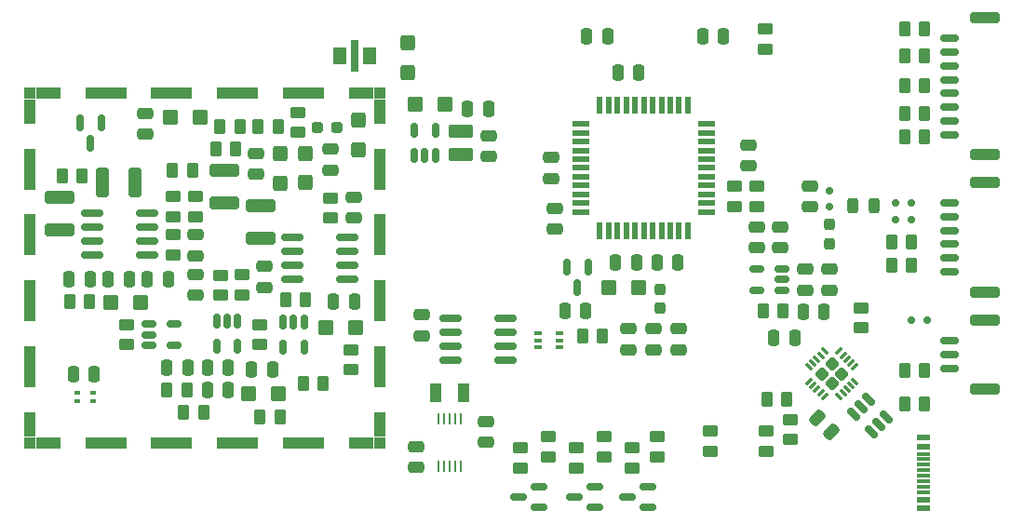
<source format=gbr>
%TF.GenerationSoftware,KiCad,Pcbnew,7.0.9-7.0.9~ubuntu23.04.1*%
%TF.CreationDate,2023-12-05T17:29:48+00:00*%
%TF.ProjectId,USTSIPIN02,55535453-4950-4494-9e30-322e6b696361,02A*%
%TF.SameCoordinates,Original*%
%TF.FileFunction,Paste,Bot*%
%TF.FilePolarity,Positive*%
%FSLAX46Y46*%
G04 Gerber Fmt 4.6, Leading zero omitted, Abs format (unit mm)*
G04 Created by KiCad (PCBNEW 7.0.9-7.0.9~ubuntu23.04.1) date 2023-12-05 17:29:48*
%MOMM*%
%LPD*%
G01*
G04 APERTURE LIST*
G04 Aperture macros list*
%AMRoundRect*
0 Rectangle with rounded corners*
0 $1 Rounding radius*
0 $2 $3 $4 $5 $6 $7 $8 $9 X,Y pos of 4 corners*
0 Add a 4 corners polygon primitive as box body*
4,1,4,$2,$3,$4,$5,$6,$7,$8,$9,$2,$3,0*
0 Add four circle primitives for the rounded corners*
1,1,$1+$1,$2,$3*
1,1,$1+$1,$4,$5*
1,1,$1+$1,$6,$7*
1,1,$1+$1,$8,$9*
0 Add four rect primitives between the rounded corners*
20,1,$1+$1,$2,$3,$4,$5,0*
20,1,$1+$1,$4,$5,$6,$7,0*
20,1,$1+$1,$6,$7,$8,$9,0*
20,1,$1+$1,$8,$9,$2,$3,0*%
G04 Aperture macros list end*
%ADD10RoundRect,0.250000X0.250000X0.475000X-0.250000X0.475000X-0.250000X-0.475000X0.250000X-0.475000X0*%
%ADD11RoundRect,0.250000X1.100000X-0.325000X1.100000X0.325000X-1.100000X0.325000X-1.100000X-0.325000X0*%
%ADD12RoundRect,0.250000X-0.250000X-0.475000X0.250000X-0.475000X0.250000X0.475000X-0.250000X0.475000X0*%
%ADD13RoundRect,0.250000X0.450000X0.425000X-0.450000X0.425000X-0.450000X-0.425000X0.450000X-0.425000X0*%
%ADD14RoundRect,0.250000X0.475000X-0.250000X0.475000X0.250000X-0.475000X0.250000X-0.475000X-0.250000X0*%
%ADD15RoundRect,0.250000X-0.450000X0.262500X-0.450000X-0.262500X0.450000X-0.262500X0.450000X0.262500X0*%
%ADD16RoundRect,0.250000X0.262500X0.450000X-0.262500X0.450000X-0.262500X-0.450000X0.262500X-0.450000X0*%
%ADD17RoundRect,0.250000X0.450000X-0.262500X0.450000X0.262500X-0.450000X0.262500X-0.450000X-0.262500X0*%
%ADD18RoundRect,0.150000X-0.825000X-0.150000X0.825000X-0.150000X0.825000X0.150000X-0.825000X0.150000X0*%
%ADD19RoundRect,0.150000X-0.150000X0.512500X-0.150000X-0.512500X0.150000X-0.512500X0.150000X0.512500X0*%
%ADD20RoundRect,0.250000X-0.475000X0.250000X-0.475000X-0.250000X0.475000X-0.250000X0.475000X0.250000X0*%
%ADD21RoundRect,0.150000X-0.512500X-0.150000X0.512500X-0.150000X0.512500X0.150000X-0.512500X0.150000X0*%
%ADD22RoundRect,0.250000X-0.425000X0.450000X-0.425000X-0.450000X0.425000X-0.450000X0.425000X0.450000X0*%
%ADD23RoundRect,0.243750X-0.243750X-0.456250X0.243750X-0.456250X0.243750X0.456250X-0.243750X0.456250X0*%
%ADD24RoundRect,0.250000X-0.850000X0.375000X-0.850000X-0.375000X0.850000X-0.375000X0.850000X0.375000X0*%
%ADD25RoundRect,0.250000X0.425000X-0.450000X0.425000X0.450000X-0.425000X0.450000X-0.425000X-0.450000X0*%
%ADD26RoundRect,0.250000X-0.450000X-0.425000X0.450000X-0.425000X0.450000X0.425000X-0.450000X0.425000X0*%
%ADD27R,1.300000X1.500000*%
%ADD28R,0.700000X3.000000*%
%ADD29RoundRect,0.150000X0.150000X-0.512500X0.150000X0.512500X-0.150000X0.512500X-0.150000X-0.512500X0*%
%ADD30R,0.550000X1.500000*%
%ADD31R,1.500000X0.550000*%
%ADD32RoundRect,0.237500X0.237500X-0.287500X0.237500X0.287500X-0.237500X0.287500X-0.237500X-0.287500X0*%
%ADD33R,0.250000X1.100000*%
%ADD34R,1.000000X1.800000*%
%ADD35RoundRect,0.250000X-1.100000X0.325000X-1.100000X-0.325000X1.100000X-0.325000X1.100000X0.325000X0*%
%ADD36RoundRect,0.250000X-0.262500X-0.450000X0.262500X-0.450000X0.262500X0.450000X-0.262500X0.450000X0*%
%ADD37R,1.000000X1.000000*%
%ADD38R,1.000000X2.300000*%
%ADD39R,1.000000X3.800000*%
%ADD40R,2.300000X1.000000*%
%ADD41R,3.800000X1.000000*%
%ADD42RoundRect,0.150000X-0.700000X0.150000X-0.700000X-0.150000X0.700000X-0.150000X0.700000X0.150000X0*%
%ADD43RoundRect,0.250000X-1.100000X0.250000X-1.100000X-0.250000X1.100000X-0.250000X1.100000X0.250000X0*%
%ADD44RoundRect,0.150000X0.587500X0.150000X-0.587500X0.150000X-0.587500X-0.150000X0.587500X-0.150000X0*%
%ADD45RoundRect,0.237500X-0.237500X0.287500X-0.237500X-0.287500X0.237500X-0.287500X0.237500X0.287500X0*%
%ADD46RoundRect,0.250000X-0.325000X-1.100000X0.325000X-1.100000X0.325000X1.100000X-0.325000X1.100000X0*%
%ADD47RoundRect,0.150000X-0.150000X0.587500X-0.150000X-0.587500X0.150000X-0.587500X0.150000X0.587500X0*%
%ADD48RoundRect,0.150000X0.150000X0.200000X-0.150000X0.200000X-0.150000X-0.200000X0.150000X-0.200000X0*%
%ADD49R,1.150000X0.600000*%
%ADD50R,1.150000X0.300000*%
%ADD51RoundRect,0.150000X-0.468458X0.256326X0.256326X-0.468458X0.468458X-0.256326X-0.256326X0.468458X0*%
%ADD52R,0.500000X0.300000*%
%ADD53RoundRect,0.250000X0.000000X0.360624X-0.360624X0.000000X0.000000X-0.360624X0.360624X0.000000X0*%
%ADD54RoundRect,0.062500X0.203293X0.291682X-0.291682X-0.203293X-0.203293X-0.291682X0.291682X0.203293X0*%
%ADD55RoundRect,0.062500X-0.203293X0.291682X-0.291682X0.203293X0.203293X-0.291682X0.291682X-0.203293X0*%
%ADD56RoundRect,0.237500X-0.287500X-0.237500X0.287500X-0.237500X0.287500X0.237500X-0.287500X0.237500X0*%
%ADD57RoundRect,0.150000X-0.200000X0.150000X-0.200000X-0.150000X0.200000X-0.150000X0.200000X0.150000X0*%
%ADD58RoundRect,0.150000X0.512500X0.150000X-0.512500X0.150000X-0.512500X-0.150000X0.512500X-0.150000X0*%
%ADD59RoundRect,0.250000X-0.512652X-0.159099X-0.159099X-0.512652X0.512652X0.159099X0.159099X0.512652X0*%
%ADD60R,0.650000X0.400000*%
%ADD61RoundRect,0.150000X0.825000X0.150000X-0.825000X0.150000X-0.825000X-0.150000X0.825000X-0.150000X0*%
G04 APERTURE END LIST*
D10*
%TO.C,C1*%
X142851541Y-84518927D03*
X140951541Y-84518927D03*
%TD*%
D11*
%TO.C,C3*%
X103852341Y-95493527D03*
X103852341Y-92543527D03*
%TD*%
D10*
%TO.C,C4*%
X107012140Y-108623527D03*
X105112140Y-108623527D03*
%TD*%
%TO.C,C5*%
X106605741Y-100012927D03*
X104705741Y-100012927D03*
%TD*%
D12*
%TO.C,C6*%
X111843141Y-100012927D03*
X113743141Y-100012927D03*
%TD*%
D13*
%TO.C,C7*%
X130780141Y-104457927D03*
X128080141Y-104457927D03*
%TD*%
%TO.C,C8*%
X123769741Y-110426927D03*
X121069741Y-110426927D03*
%TD*%
D12*
%TO.C,C9*%
X117278741Y-110096727D03*
X119178741Y-110096727D03*
%TD*%
D10*
%TO.C,C10*%
X110187141Y-100012927D03*
X108287141Y-100012927D03*
%TD*%
D13*
%TO.C,C11*%
X111171341Y-102146527D03*
X108471341Y-102146527D03*
%TD*%
D10*
%TO.C,C12*%
X130659541Y-102044927D03*
X128759541Y-102044927D03*
%TD*%
%TO.C,C13*%
X123217341Y-108217127D03*
X121317341Y-108217127D03*
%TD*%
D12*
%TO.C,C14*%
X117278741Y-108064727D03*
X119178741Y-108064727D03*
%TD*%
D14*
%TO.C,C15*%
X116222141Y-97864127D03*
X116222141Y-95964127D03*
%TD*%
%TO.C,C16*%
X116222141Y-101496327D03*
X116222141Y-99596327D03*
%TD*%
D11*
%TO.C,C17*%
X122140341Y-96280927D03*
X122140341Y-93330927D03*
%TD*%
D14*
%TO.C,C18*%
X122495941Y-100759727D03*
X122495941Y-98859727D03*
%TD*%
%TO.C,C19*%
X130623941Y-94435127D03*
X130623941Y-92535127D03*
%TD*%
D15*
%TO.C,R3*%
X130369941Y-106415627D03*
X130369941Y-108240627D03*
%TD*%
D16*
%TO.C,R4*%
X123891041Y-112560527D03*
X122066041Y-112560527D03*
%TD*%
%TO.C,R5*%
X116956841Y-112154127D03*
X115131841Y-112154127D03*
%TD*%
%TO.C,R6*%
X106568241Y-102095727D03*
X104743241Y-102095727D03*
%TD*%
D15*
%TO.C,R7*%
X114190141Y-92496427D03*
X114190141Y-94321427D03*
%TD*%
D17*
%TO.C,R8*%
X116196741Y-94321427D03*
X116196741Y-92496427D03*
%TD*%
%TO.C,R9*%
X114190141Y-97801227D03*
X114190141Y-95976227D03*
%TD*%
D15*
%TO.C,R10*%
X118457341Y-99659227D03*
X118457341Y-101484227D03*
%TD*%
D17*
%TO.C,R11*%
X120438541Y-101458827D03*
X120438541Y-99633827D03*
%TD*%
%TO.C,R12*%
X122064141Y-105980027D03*
X122064141Y-104155027D03*
%TD*%
D16*
%TO.C,R13*%
X126227841Y-101867127D03*
X124402841Y-101867127D03*
%TD*%
D18*
%TO.C,U1*%
X106812941Y-97853927D03*
X106812941Y-96583927D03*
X106812941Y-95313927D03*
X106812941Y-94043927D03*
X111762941Y-94043927D03*
X111762941Y-95313927D03*
X111762941Y-96583927D03*
X111762941Y-97853927D03*
%TD*%
D19*
%TO.C,U4*%
X124187541Y-103955427D03*
X125137541Y-103955427D03*
X126087541Y-103955427D03*
X126087541Y-106230427D03*
X124187541Y-106230427D03*
%TD*%
%TO.C,U5*%
X118116941Y-103803027D03*
X119066941Y-103803027D03*
X120016941Y-103803027D03*
X120016941Y-106078027D03*
X118116941Y-106078027D03*
%TD*%
D15*
%TO.C,R2*%
X109922941Y-104155027D03*
X109922941Y-105980027D03*
%TD*%
D18*
%TO.C,U2*%
X125050141Y-99987527D03*
X125050141Y-98717527D03*
X125050141Y-97447527D03*
X125050141Y-96177527D03*
X130000141Y-96177527D03*
X130000141Y-97447527D03*
X130000141Y-98717527D03*
X130000141Y-99987527D03*
%TD*%
D16*
%TO.C,R1*%
X127828041Y-109537927D03*
X126003041Y-109537927D03*
%TD*%
D20*
%TO.C,C2*%
X121733941Y-88572727D03*
X121733941Y-90472727D03*
%TD*%
D21*
%TO.C,U3*%
X112011241Y-106017527D03*
X112011241Y-105067527D03*
X112011241Y-104117527D03*
X114286241Y-104117527D03*
X114286241Y-106017527D03*
%TD*%
D22*
%TO.C,C21*%
X126204341Y-88553727D03*
X126204341Y-91253727D03*
%TD*%
D23*
%TO.C,F2*%
X176016041Y-93358127D03*
X177891041Y-93358127D03*
%TD*%
D24*
%TO.C,L3*%
X140377541Y-86568127D03*
X140377541Y-88718127D03*
%TD*%
D25*
%TO.C,C50*%
X135500741Y-81195327D03*
X135500741Y-78495327D03*
%TD*%
D26*
%TO.C,C42*%
X136182741Y-84112527D03*
X138882741Y-84112527D03*
%TD*%
D27*
%TO.C,C52*%
X131999341Y-79692927D03*
D28*
X130649341Y-79692927D03*
D27*
X129299341Y-79692927D03*
%TD*%
D12*
%TO.C,C44*%
X154413541Y-98535727D03*
X156313541Y-98535727D03*
%TD*%
D26*
%TO.C,C40*%
X153828141Y-100821727D03*
X156528141Y-100821727D03*
%TD*%
D10*
%TO.C,C31*%
X160065141Y-98535727D03*
X158165141Y-98535727D03*
%TD*%
D20*
%TO.C,C27*%
X157903541Y-104549327D03*
X157903541Y-106449327D03*
%TD*%
D29*
%TO.C,U8*%
X138025541Y-88780627D03*
X137075541Y-88780627D03*
X136125541Y-88780627D03*
X136125541Y-86505627D03*
X138025541Y-86505627D03*
%TD*%
D30*
%TO.C,U10*%
X152989141Y-84203727D03*
X153789141Y-84203727D03*
X154589141Y-84203727D03*
X155389141Y-84203727D03*
X156189141Y-84203727D03*
X156989141Y-84203727D03*
X157789141Y-84203727D03*
X158589141Y-84203727D03*
X159389141Y-84203727D03*
X160189141Y-84203727D03*
X160989141Y-84203727D03*
D31*
X162689141Y-85903727D03*
X162689141Y-86703727D03*
X162689141Y-87503727D03*
X162689141Y-88303727D03*
X162689141Y-89103727D03*
X162689141Y-89903727D03*
X162689141Y-90703727D03*
X162689141Y-91503727D03*
X162689141Y-92303727D03*
X162689141Y-93103727D03*
X162689141Y-93903727D03*
D30*
X160989141Y-95603727D03*
X160189141Y-95603727D03*
X159389141Y-95603727D03*
X158589141Y-95603727D03*
X157789141Y-95603727D03*
X156989141Y-95603727D03*
X156189141Y-95603727D03*
X155389141Y-95603727D03*
X154589141Y-95603727D03*
X153789141Y-95603727D03*
X152989141Y-95603727D03*
D31*
X151289141Y-93903727D03*
X151289141Y-93103727D03*
X151289141Y-92303727D03*
X151289141Y-91503727D03*
X151289141Y-90703727D03*
X151289141Y-89903727D03*
X151289141Y-89103727D03*
X151289141Y-88303727D03*
X151289141Y-87503727D03*
X151289141Y-86703727D03*
X151289141Y-85903727D03*
%TD*%
D17*
%TO.C,R20*%
X165218741Y-93407027D03*
X165218741Y-91582027D03*
%TD*%
D16*
%TO.C,R23*%
X169638841Y-102932927D03*
X167813841Y-102932927D03*
%TD*%
D20*
%TO.C,C26*%
X155617541Y-104549327D03*
X155617541Y-106449327D03*
%TD*%
%TO.C,C28*%
X160138741Y-104549327D03*
X160138741Y-106449327D03*
%TD*%
D10*
%TO.C,C30*%
X153671941Y-77965727D03*
X151771941Y-77965727D03*
%TD*%
D12*
%TO.C,C33*%
X162338341Y-77965727D03*
X164238341Y-77965727D03*
%TD*%
%TO.C,C34*%
X154609141Y-81263727D03*
X156509141Y-81263727D03*
%TD*%
D14*
%TO.C,C35*%
X148556341Y-90853727D03*
X148556341Y-88953727D03*
%TD*%
%TO.C,C39*%
X166481142Y-89732127D03*
X166481142Y-87832127D03*
%TD*%
D12*
%TO.C,C43*%
X171456341Y-102952927D03*
X173356341Y-102952927D03*
%TD*%
D14*
%TO.C,C47*%
X136307141Y-117128927D03*
X136307141Y-115228927D03*
%TD*%
D32*
%TO.C,L1*%
X158462341Y-102665927D03*
X158462341Y-100915927D03*
%TD*%
D17*
%TO.C,R21*%
X167250741Y-93407027D03*
X167250741Y-91582027D03*
%TD*%
D33*
%TO.C,U11*%
X138304341Y-112758927D03*
X138804341Y-112758927D03*
X139304341Y-112758927D03*
X139804341Y-112758927D03*
X140304341Y-112758927D03*
X140304341Y-117058927D03*
X139804341Y-117058927D03*
X139304341Y-117058927D03*
X138804341Y-117058927D03*
X138304341Y-117058927D03*
%TD*%
D34*
%TO.C,Y2*%
X140554341Y-110336927D03*
X138054341Y-110336927D03*
%TD*%
D22*
%TO.C,C23*%
X123892941Y-88579127D03*
X123892941Y-91279127D03*
%TD*%
D35*
%TO.C,C24*%
X118838341Y-90155927D03*
X118838341Y-93105927D03*
%TD*%
D20*
%TO.C,C32*%
X142866741Y-86972527D03*
X142866741Y-88872527D03*
%TD*%
%TO.C,C54*%
X128490341Y-88192927D03*
X128490341Y-90092927D03*
%TD*%
D17*
%TO.C,R15*%
X125518541Y-86650627D03*
X125518541Y-84825627D03*
%TD*%
D36*
%TO.C,R19*%
X121888241Y-86169927D03*
X123713241Y-86169927D03*
%TD*%
%TO.C,R22*%
X118027441Y-88201927D03*
X119852441Y-88201927D03*
%TD*%
D37*
%TO.C,M8*%
X101144341Y-83096927D03*
D38*
X101144341Y-84746927D03*
D39*
X101144341Y-89996927D03*
X101144341Y-95996927D03*
X101144341Y-101996927D03*
X101144341Y-107996927D03*
D38*
X101144341Y-113246927D03*
D37*
X101144341Y-114896927D03*
D40*
X102794341Y-83096927D03*
X102794341Y-114896927D03*
D41*
X108044341Y-83096927D03*
X108044341Y-114896927D03*
X114044341Y-83096927D03*
X114044341Y-114896927D03*
X120044341Y-83096927D03*
X120044341Y-114896927D03*
X126044341Y-83096927D03*
X126044341Y-114896927D03*
D40*
X131294341Y-83096927D03*
X131294341Y-114896927D03*
D37*
X132944341Y-83096927D03*
D38*
X132944341Y-84746927D03*
D39*
X132944341Y-89996927D03*
X132944341Y-95996927D03*
X132944341Y-101996927D03*
X132944341Y-107996927D03*
D38*
X132944341Y-113246927D03*
D37*
X132944341Y-114896927D03*
%TD*%
D42*
%TO.C,J3*%
X184806341Y-93077927D03*
X184806341Y-94327927D03*
X184806341Y-95577927D03*
X184806341Y-96827927D03*
X184806341Y-98077927D03*
X184806341Y-99327927D03*
D43*
X188006341Y-91227927D03*
X188006341Y-101177927D03*
%TD*%
D44*
%TO.C,Q2*%
X147461841Y-118874927D03*
X147461841Y-120774927D03*
X145586841Y-119824927D03*
%TD*%
D15*
%TO.C,R37*%
X158208341Y-114340427D03*
X158208341Y-116165427D03*
%TD*%
D45*
%TO.C,L2*%
X173905541Y-95023127D03*
X173905541Y-96773127D03*
%TD*%
D36*
%TO.C,R39*%
X113607841Y-110122127D03*
X115432841Y-110122127D03*
%TD*%
D16*
%TO.C,R49*%
X153228041Y-105194527D03*
X151403041Y-105194527D03*
%TD*%
D14*
%TO.C,C59*%
X111650141Y-86840527D03*
X111650141Y-84940527D03*
%TD*%
D42*
%TO.C,J1*%
X184806341Y-78111927D03*
X184806341Y-79361927D03*
X184806341Y-80611927D03*
X184806341Y-81861927D03*
X184806341Y-83111927D03*
X184806341Y-84361927D03*
X184806341Y-85611927D03*
X184806341Y-86861927D03*
D43*
X188006341Y-76261927D03*
X188006341Y-88711927D03*
%TD*%
D15*
%TO.C,R42*%
X153382341Y-114340427D03*
X153382341Y-116165427D03*
%TD*%
D20*
%TO.C,C29*%
X148906341Y-93552927D03*
X148906341Y-95452927D03*
%TD*%
D17*
%TO.C,R44*%
X150842341Y-117181427D03*
X150842341Y-115356427D03*
%TD*%
%TO.C,R28*%
X168114341Y-115657427D03*
X168114341Y-113832427D03*
%TD*%
D36*
%TO.C,R47*%
X180714641Y-87058927D03*
X182539641Y-87058927D03*
%TD*%
D46*
%TO.C,C37*%
X107711341Y-91249927D03*
X110661341Y-91249927D03*
%TD*%
D47*
%TO.C,U16*%
X149993941Y-98923027D03*
X151893941Y-98923027D03*
X150943941Y-100798027D03*
%TD*%
D42*
%TO.C,J7*%
X184806341Y-105620927D03*
X184806341Y-106870927D03*
X184806341Y-108120927D03*
D43*
X188006341Y-103770927D03*
X188006341Y-109970927D03*
%TD*%
D48*
%TO.C,D6*%
X179911141Y-93053327D03*
X181311141Y-93053327D03*
%TD*%
D10*
%TO.C,C48*%
X170696341Y-105362927D03*
X168796341Y-105362927D03*
%TD*%
D47*
%TO.C,Q1*%
X105721741Y-85765827D03*
X107621741Y-85765827D03*
X106671741Y-87640827D03*
%TD*%
D49*
%TO.C,J4*%
X182409341Y-114454427D03*
X182409341Y-115254427D03*
D50*
X182409341Y-116404427D03*
X182409341Y-117404427D03*
X182409341Y-117904427D03*
X182409341Y-118904427D03*
D49*
X182409341Y-120854427D03*
X182409341Y-120054427D03*
D50*
X182409341Y-119404427D03*
X182409341Y-118404427D03*
X182409341Y-116904427D03*
X182409341Y-115904427D03*
%TD*%
D36*
%TO.C,R46*%
X180714641Y-84976127D03*
X182539641Y-84976127D03*
%TD*%
D16*
%TO.C,R27*%
X169992041Y-110934927D03*
X168167041Y-110934927D03*
%TD*%
D36*
%TO.C,R34*%
X179495441Y-98742927D03*
X181320441Y-98742927D03*
%TD*%
D22*
%TO.C,C55*%
X131004941Y-85531127D03*
X131004941Y-88231127D03*
%TD*%
D36*
%TO.C,R41*%
X180714641Y-79743727D03*
X182539641Y-79743727D03*
%TD*%
D17*
%TO.C,R43*%
X155922341Y-117181427D03*
X155922341Y-115356427D03*
%TD*%
D16*
%TO.C,R30*%
X182539641Y-111341327D03*
X180714641Y-111341327D03*
%TD*%
D36*
%TO.C,R45*%
X180714641Y-82385327D03*
X182539641Y-82385327D03*
%TD*%
D51*
%TO.C,U7*%
X176094156Y-112326344D03*
X176765907Y-111654593D03*
X177437658Y-110982842D03*
X179046326Y-112591510D03*
X178374575Y-113263261D03*
X177702824Y-113935012D03*
%TD*%
D16*
%TO.C,R14*%
X105907841Y-90614927D03*
X104082841Y-90614927D03*
%TD*%
D36*
%TO.C,R40*%
X118433841Y-86169927D03*
X120258841Y-86169927D03*
%TD*%
D52*
%TO.C,U15*%
X105463741Y-111131727D03*
X105463741Y-110331727D03*
X106863741Y-110331727D03*
X106863741Y-111131727D03*
%TD*%
D17*
%TO.C,R29*%
X163034341Y-115657427D03*
X163034341Y-113832427D03*
%TD*%
D48*
%TO.C,D11*%
X181333541Y-103772127D03*
X182733541Y-103772127D03*
%TD*%
D14*
%TO.C,C49*%
X169384341Y-97152927D03*
X169384341Y-95252927D03*
%TD*%
D16*
%TO.C,R31*%
X182539641Y-108344127D03*
X180714641Y-108344127D03*
%TD*%
D14*
%TO.C,C60*%
X142606341Y-114842927D03*
X142606341Y-112942927D03*
%TD*%
%TO.C,C38*%
X172096341Y-93452927D03*
X172096341Y-91552927D03*
%TD*%
D44*
%TO.C,Q3*%
X157367841Y-118874927D03*
X157367841Y-120774927D03*
X155492841Y-119824927D03*
%TD*%
D53*
%TO.C,U9*%
X174967224Y-108648927D03*
X174083341Y-107765044D03*
X174083341Y-109532810D03*
X173199458Y-108648927D03*
D54*
X174746254Y-106571801D03*
X175099807Y-106925354D03*
X175453360Y-107278908D03*
X175806914Y-107632461D03*
X176160467Y-107986014D03*
D55*
X176160467Y-109311840D03*
X175806914Y-109665393D03*
X175453360Y-110018946D03*
X175099807Y-110372500D03*
X174746254Y-110726053D03*
D54*
X173420428Y-110726053D03*
X173066875Y-110372500D03*
X172713322Y-110018946D03*
X172359768Y-109665393D03*
X172006215Y-109311840D03*
D55*
X172006215Y-107986014D03*
X172359768Y-107632461D03*
X172713322Y-107278908D03*
X173066875Y-106925354D03*
X173420428Y-106571801D03*
%TD*%
D36*
%TO.C,R16*%
X114115841Y-90132327D03*
X115940841Y-90132327D03*
%TD*%
D20*
%TO.C,C46*%
X171670341Y-99113727D03*
X171670341Y-101013727D03*
%TD*%
D26*
%TO.C,C53*%
X113932341Y-85280927D03*
X116632341Y-85280927D03*
%TD*%
D20*
%TO.C,C41*%
X173854741Y-99113727D03*
X173854741Y-101013727D03*
%TD*%
D56*
%TO.C,L5*%
X127335941Y-86246127D03*
X129085941Y-86246127D03*
%TD*%
D17*
%TO.C,R36*%
X145762341Y-117181427D03*
X145762341Y-115356427D03*
%TD*%
D57*
%TO.C,D1*%
X173905541Y-93397727D03*
X173905541Y-91997727D03*
%TD*%
D12*
%TO.C,C56*%
X149790741Y-102908527D03*
X151690741Y-102908527D03*
%TD*%
D17*
%TO.C,R26*%
X170349541Y-114590627D03*
X170349541Y-112765627D03*
%TD*%
D58*
%TO.C,U12*%
X169505841Y-99113727D03*
X169505841Y-100063727D03*
X169505841Y-101013727D03*
X167230841Y-101013727D03*
X167230841Y-99113727D03*
%TD*%
D59*
%TO.C,C45*%
X172725790Y-112599976D03*
X174069292Y-113943478D03*
%TD*%
D44*
%TO.C,Q4*%
X152541841Y-118874927D03*
X152541841Y-120774927D03*
X150666841Y-119824927D03*
%TD*%
D36*
%TO.C,R32*%
X180714641Y-77254527D03*
X182539641Y-77254527D03*
%TD*%
D48*
%TO.C,D5*%
X179911141Y-94577327D03*
X181311141Y-94577327D03*
%TD*%
D14*
%TO.C,C51*%
X167250741Y-97152927D03*
X167250741Y-95252927D03*
%TD*%
D60*
%TO.C,U14*%
X149277741Y-104925527D03*
X149277741Y-105575527D03*
X149277741Y-106225527D03*
X147377741Y-106225527D03*
X147377741Y-105575527D03*
X147377741Y-104925527D03*
%TD*%
D15*
%TO.C,R50*%
X128464941Y-92625327D03*
X128464941Y-94450327D03*
%TD*%
D61*
%TO.C,U6*%
X144376541Y-103594327D03*
X144376541Y-104864327D03*
X144376541Y-106134327D03*
X144376541Y-107404327D03*
X139426541Y-107404327D03*
X139426541Y-106134327D03*
X139426541Y-104864327D03*
X139426541Y-103594327D03*
%TD*%
D17*
%TO.C,R48*%
X176750341Y-104430627D03*
X176750341Y-102605627D03*
%TD*%
D20*
%TO.C,C36*%
X136770741Y-103279327D03*
X136770741Y-105179327D03*
%TD*%
D10*
%TO.C,C20*%
X115495741Y-108064727D03*
X113595741Y-108064727D03*
%TD*%
D15*
%TO.C,R38*%
X168063541Y-77256427D03*
X168063541Y-79081427D03*
%TD*%
%TO.C,R35*%
X148302341Y-114340427D03*
X148302341Y-116165427D03*
%TD*%
D36*
%TO.C,R33*%
X179495441Y-96660127D03*
X181320441Y-96660127D03*
%TD*%
M02*

</source>
